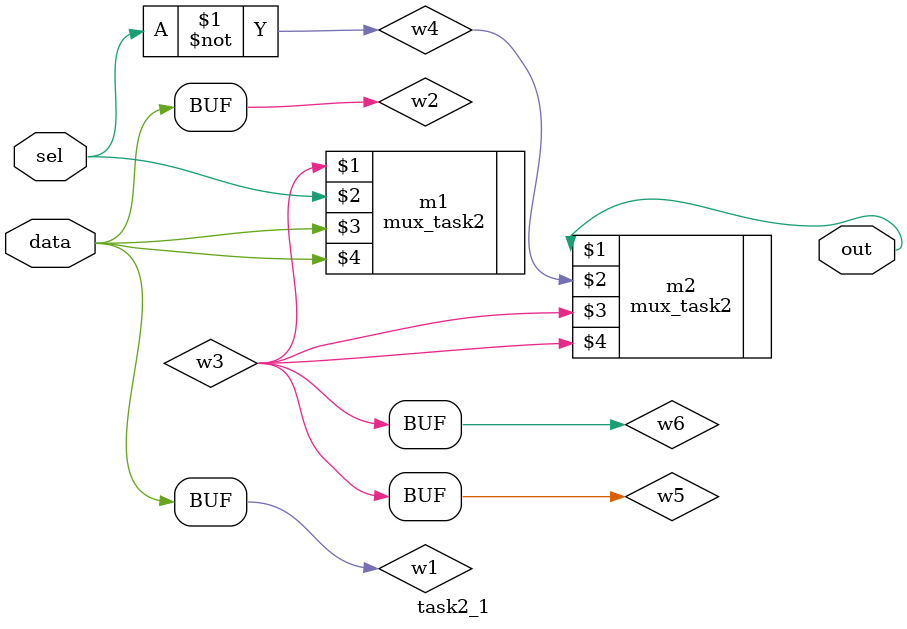
<source format=sv>
module task2_1(out, data, sel);

output logic out; // output declarations

input logic data; // input declarations
input logic sel;

logic w1, w2, w3, w4, w5, w6;  // wire declarations

buf B_0(w1,data);	// buffer B_0	
buf B_1(w2,data);   // buffer B_1 

mux_task2 m1(w3,sel,w2,w1);    // mux declaration m1

buf B_2(w5,w3);    // buffer B_2
buf B_3(w6,w3);    // buffer B_3

not I_0(w4,sel);   // inverter I_0

mux_task2 m2(out,w4,w5,w6);    // mux declaration m2

endmodule
</source>
